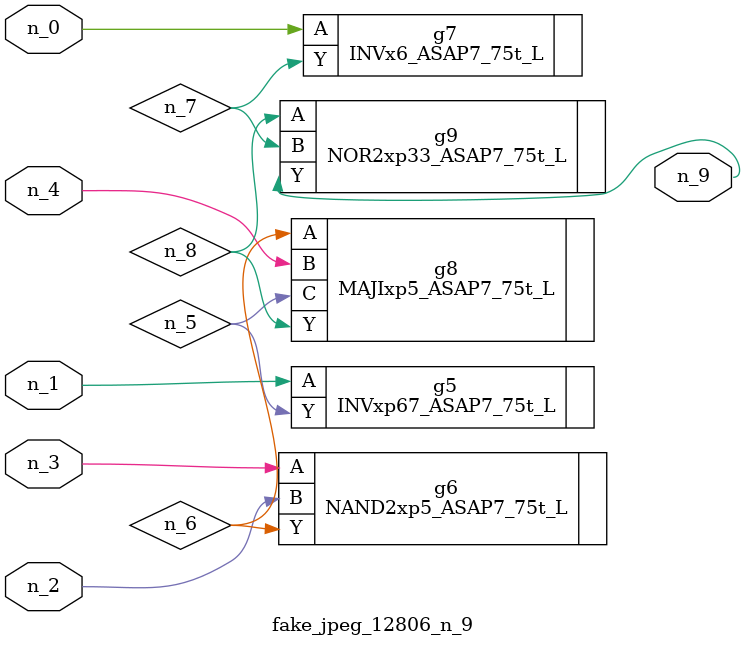
<source format=v>
module fake_jpeg_12806_n_9 (n_3, n_2, n_1, n_0, n_4, n_9);

input n_3;
input n_2;
input n_1;
input n_0;
input n_4;

output n_9;

wire n_8;
wire n_6;
wire n_5;
wire n_7;

INVxp67_ASAP7_75t_L g5 ( 
.A(n_1),
.Y(n_5)
);

NAND2xp5_ASAP7_75t_L g6 ( 
.A(n_3),
.B(n_2),
.Y(n_6)
);

INVx6_ASAP7_75t_L g7 ( 
.A(n_0),
.Y(n_7)
);

MAJIxp5_ASAP7_75t_L g8 ( 
.A(n_6),
.B(n_4),
.C(n_5),
.Y(n_8)
);

NOR2xp33_ASAP7_75t_L g9 ( 
.A(n_8),
.B(n_7),
.Y(n_9)
);


endmodule
</source>
